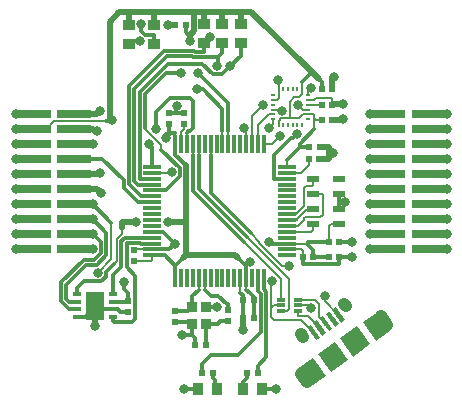
<source format=gtl>
G04 #@! TF.GenerationSoftware,KiCad,Pcbnew,no-vcs-found-d3b382c~59~ubuntu16.04.1*
G04 #@! TF.CreationDate,2017-07-29T16:39:47+01:00*
G04 #@! TF.ProjectId,m3imu,6D33696D752E6B696361645F70636200,1.0*
G04 #@! TF.SameCoordinates,Original
G04 #@! TF.FileFunction,Copper,L1,Top,Signal*
G04 #@! TF.FilePolarity,Positive*
%FSLAX46Y46*%
G04 Gerber Fmt 4.6, Leading zero omitted, Abs format (unit mm)*
G04 Created by KiCad (PCBNEW no-vcs-found-d3b382c~59~ubuntu16.04.1) date Sat Jul 29 16:39:47 2017*
%MOMM*%
%LPD*%
G01*
G04 APERTURE LIST*
%ADD10R,0.710000X0.300000*%
%ADD11C,0.400000*%
%ADD12C,0.100000*%
%ADD13C,1.000000*%
%ADD14C,1.000000*%
%ADD15C,1.800000*%
%ADD16C,1.575000*%
%ADD17R,1.100000X0.600000*%
%ADD18R,0.620000X0.620000*%
%ADD19R,2.920000X0.740000*%
%ADD20R,0.300000X1.500000*%
%ADD21R,1.500000X0.300000*%
%ADD22R,1.000000X0.950000*%
%ADD23R,0.200000X0.400000*%
%ADD24R,0.400000X0.200000*%
%ADD25R,0.650000X0.350000*%
%ADD26R,0.800000X0.800000*%
%ADD27R,1.550000X2.400000*%
%ADD28R,0.950000X1.000000*%
%ADD29R,0.850000X0.950000*%
%ADD30C,0.800000*%
%ADD31C,0.500000*%
%ADD32C,0.300000*%
%ADD33C,0.200000*%
G04 APERTURE END LIST*
D10*
X105621999Y-110990000D03*
X105622000Y-110490000D03*
X105621999Y-109990000D03*
X104182001Y-109990000D03*
X104182000Y-110490000D03*
X104182001Y-110990000D03*
D11*
X108011735Y-112023281D03*
D12*
G36*
X108239143Y-112689547D02*
X107458074Y-111588443D01*
X107784327Y-111357015D01*
X108565396Y-112458119D01*
X108239143Y-112689547D01*
X108239143Y-112689547D01*
G37*
D11*
X108541897Y-111647211D03*
D12*
G36*
X108769305Y-112313477D02*
X107988236Y-111212373D01*
X108314489Y-110980945D01*
X109095558Y-112082049D01*
X108769305Y-112313477D01*
X108769305Y-112313477D01*
G37*
D11*
X107481574Y-112399352D03*
D12*
G36*
X107708982Y-113065618D02*
X106927913Y-111964514D01*
X107254166Y-111733086D01*
X108035235Y-112834190D01*
X107708982Y-113065618D01*
X107708982Y-113065618D01*
G37*
D11*
X106951412Y-112775422D03*
D12*
G36*
X107178820Y-113441688D02*
X106397751Y-112340584D01*
X106724004Y-112109156D01*
X107505073Y-113210260D01*
X107178820Y-113441688D01*
X107178820Y-113441688D01*
G37*
D11*
X109072058Y-111271141D03*
D12*
G36*
X109299466Y-111937407D02*
X108518397Y-110836303D01*
X108844650Y-110604875D01*
X109625719Y-111705979D01*
X109299466Y-111937407D01*
X109299466Y-111937407D01*
G37*
D13*
X109638484Y-110470884D03*
D14*
X109566163Y-110368930D02*
X109710805Y-110572838D01*
D13*
X106008917Y-113045518D03*
D14*
X105936596Y-112943564D02*
X106081238Y-113147472D01*
D15*
X110497387Y-113539745D03*
D12*
G36*
X110312958Y-114835309D02*
X109213676Y-113285606D01*
X110681816Y-112244181D01*
X111781098Y-113793884D01*
X110312958Y-114835309D01*
X110312958Y-114835309D01*
G37*
D15*
X108621431Y-114870455D03*
D12*
G36*
X108437002Y-116166019D02*
X107337720Y-114616316D01*
X108805860Y-113574891D01*
X109905142Y-115124594D01*
X108437002Y-116166019D01*
X108437002Y-116166019D01*
G37*
D16*
X112322366Y-112245195D03*
D12*
G36*
X112229696Y-113475670D02*
X111130414Y-111925967D01*
X112415036Y-111014720D01*
X113514318Y-112564423D01*
X112229696Y-113475670D01*
X112229696Y-113475670D01*
G37*
D13*
X112964677Y-111789572D03*
D14*
X112704321Y-111422537D02*
X113225033Y-112156607D01*
D16*
X106796452Y-116165005D03*
D12*
G36*
X106703782Y-117395480D02*
X105604500Y-115845777D01*
X106889122Y-114934530D01*
X107988404Y-116484233D01*
X106703782Y-117395480D01*
X106703782Y-117395480D01*
G37*
D13*
X106154141Y-116620628D03*
D14*
X105893785Y-116253593D02*
X106414497Y-116987663D01*
D17*
X109150000Y-103575000D03*
X109150000Y-102325000D03*
X109150000Y-101075000D03*
X109150000Y-99825000D03*
X106950000Y-99825000D03*
X106950000Y-101075000D03*
X106950000Y-102325000D03*
X106950000Y-103575000D03*
D18*
X91750000Y-105800000D03*
X91750000Y-106700000D03*
D19*
X83285000Y-94285000D03*
X86715000Y-94285000D03*
X83285000Y-95555000D03*
X86715000Y-95555000D03*
X83285000Y-96825000D03*
X86715000Y-96825000D03*
X83285000Y-98095000D03*
X86715000Y-98095000D03*
X83285000Y-99365000D03*
X86715000Y-99365000D03*
X83285000Y-100635000D03*
X86715000Y-100635000D03*
X83285000Y-101905000D03*
X86715000Y-101905000D03*
X83285000Y-103175000D03*
X86715000Y-103175000D03*
X83285000Y-104445000D03*
X86715000Y-104445000D03*
X83285000Y-105715000D03*
X86715000Y-105715000D03*
D20*
X95250000Y-108200000D03*
X95750000Y-108200000D03*
X96250000Y-108200000D03*
X96750000Y-108200000D03*
X97250000Y-108200000D03*
X97750000Y-108200000D03*
X98250000Y-108200000D03*
X98750000Y-108200000D03*
X99250000Y-108200000D03*
X99750000Y-108200000D03*
X100250000Y-108200000D03*
X100750000Y-108200000D03*
X101250000Y-108200000D03*
X101750000Y-108200000D03*
X102250000Y-108200000D03*
X102750000Y-108200000D03*
D21*
X104700000Y-106250000D03*
X104700000Y-105750000D03*
X104700000Y-105250000D03*
X104700000Y-104750000D03*
X104700000Y-104250000D03*
X104700000Y-103750000D03*
X104700000Y-103250000D03*
X104700000Y-102750000D03*
X104700000Y-102250000D03*
X104700000Y-101750000D03*
X104700000Y-101250000D03*
X104700000Y-100750000D03*
X104700000Y-100250000D03*
X104700000Y-99750000D03*
X104700000Y-99250000D03*
X104700000Y-98750000D03*
D20*
X102750000Y-96800000D03*
X102250000Y-96800000D03*
X101750000Y-96800000D03*
X101250000Y-96800000D03*
X100750000Y-96800000D03*
X100250000Y-96800000D03*
X99750000Y-96800000D03*
X99250000Y-96800000D03*
X98750000Y-96800000D03*
X98250000Y-96800000D03*
X97750000Y-96800000D03*
X97250000Y-96800000D03*
X96750000Y-96800000D03*
X96250000Y-96800000D03*
X95750000Y-96800000D03*
X95250000Y-96800000D03*
D21*
X93300000Y-98750000D03*
X93300000Y-99250000D03*
X93300000Y-99750000D03*
X93300000Y-100250000D03*
X93300000Y-100750000D03*
X93300000Y-101250000D03*
X93300000Y-101750000D03*
X93300000Y-102250000D03*
X93300000Y-102750000D03*
X93300000Y-103250000D03*
X93300000Y-103750000D03*
X93300000Y-104250000D03*
X93300000Y-104750000D03*
X93300000Y-105250000D03*
X93300000Y-105750000D03*
X93300000Y-106250000D03*
D22*
X91310000Y-86770000D03*
X91310000Y-88370000D03*
D18*
X97550000Y-116200000D03*
X98450000Y-116200000D03*
D23*
X104000000Y-95200000D03*
X104400000Y-95200000D03*
X104800000Y-95200000D03*
X105200000Y-95200000D03*
X105600000Y-95200000D03*
X106000000Y-95200000D03*
D24*
X106500000Y-94700000D03*
X106500000Y-94300000D03*
X106500000Y-93900000D03*
X106500000Y-93500000D03*
X106500000Y-93100000D03*
X106500000Y-92700000D03*
D23*
X106000000Y-92200000D03*
X105600000Y-92200000D03*
X105200000Y-92200000D03*
X104800000Y-92200000D03*
X104400000Y-92200000D03*
X104000000Y-92200000D03*
D24*
X103500000Y-92700000D03*
X103500000Y-93100000D03*
X103500000Y-93500000D03*
X103500000Y-93900000D03*
X103500000Y-94300000D03*
X103500000Y-94700000D03*
D18*
X108550000Y-92200000D03*
X107650000Y-92200000D03*
D25*
X90000000Y-111475000D03*
X90000000Y-110825000D03*
X90000000Y-110175000D03*
X90000000Y-109525000D03*
X86900000Y-109525000D03*
X86900000Y-110175000D03*
X86900000Y-110825000D03*
X86900000Y-111475000D03*
D26*
X88450000Y-111100000D03*
X88450000Y-109900000D03*
X88450000Y-111100000D03*
X88450000Y-109900000D03*
D27*
X88450000Y-110500000D03*
D18*
X100991107Y-110065147D03*
X101891107Y-110065147D03*
X100991107Y-111565147D03*
X101891107Y-111565147D03*
X109150000Y-106400000D03*
X108250000Y-106400000D03*
X106050000Y-106400000D03*
X106950000Y-106400000D03*
X107650000Y-93500000D03*
X108550000Y-93500000D03*
X108550000Y-94800000D03*
X107650000Y-94800000D03*
X95250000Y-111850000D03*
X95250000Y-110950000D03*
X97855047Y-113866527D03*
X96955047Y-113866527D03*
X107475000Y-97050000D03*
X106575000Y-97050000D03*
X94700000Y-94225000D03*
X94700000Y-95125000D03*
X96000000Y-95125000D03*
X96000000Y-94225000D03*
X106550000Y-98100000D03*
X107450000Y-98100000D03*
X91250000Y-110150000D03*
X91250000Y-111050000D03*
X108250000Y-105150000D03*
X109150000Y-105150000D03*
D28*
X97200000Y-117600000D03*
X98800000Y-117600000D03*
X102600000Y-117600000D03*
X101000000Y-117600000D03*
D18*
X99705047Y-111816527D03*
X99705047Y-110916527D03*
X102250000Y-116200000D03*
X101350000Y-116200000D03*
D29*
X96705047Y-110616527D03*
X96705047Y-112066527D03*
X97855047Y-112066527D03*
X97855047Y-110616527D03*
D22*
X93425000Y-86750000D03*
X93425000Y-88350000D03*
X100800000Y-86700000D03*
X100800000Y-88300000D03*
X99250000Y-86700000D03*
X99250000Y-88300000D03*
X97700000Y-86700000D03*
X97700000Y-88300000D03*
D18*
X96125000Y-86750000D03*
X95225000Y-86750000D03*
D19*
X113285000Y-94285000D03*
X116715000Y-94285000D03*
X113285000Y-95555000D03*
X116715000Y-95555000D03*
X113285000Y-96825000D03*
X116715000Y-96825000D03*
X113285000Y-98095000D03*
X116715000Y-98095000D03*
X113285000Y-99365000D03*
X116715000Y-99365000D03*
X113285000Y-100635000D03*
X116715000Y-100635000D03*
X113285000Y-101905000D03*
X116715000Y-101905000D03*
X113285000Y-103175000D03*
X116715000Y-103175000D03*
X113285000Y-104445000D03*
X116715000Y-104445000D03*
X113285000Y-105715000D03*
X116715000Y-105715000D03*
D30*
X88900000Y-94050000D03*
X110200000Y-106400000D03*
X110200000Y-105150000D03*
X107950000Y-109728000D03*
X106785789Y-110679551D03*
X109474000Y-94742000D03*
X109474000Y-93472000D03*
X108712000Y-91186000D03*
X118250000Y-94300000D03*
X111750000Y-94300000D03*
X111750000Y-105725000D03*
X81750000Y-94300000D03*
X81750000Y-105725000D03*
X95200000Y-105250000D03*
X88450000Y-112200000D03*
X108650000Y-97550000D03*
X109600000Y-101700000D03*
X103975000Y-91375000D03*
X94600000Y-86750000D03*
X98800000Y-110600000D03*
X101000000Y-112550000D03*
X95800000Y-113025000D03*
X88250000Y-105725000D03*
X96025000Y-117600000D03*
X118250000Y-105725000D03*
X103750000Y-117575000D03*
X95375000Y-93625000D03*
X89900000Y-94800000D03*
X94500000Y-96350000D03*
X101600000Y-106800000D03*
X96530000Y-88120000D03*
X103222120Y-105127880D03*
X94600002Y-103400000D03*
X91950000Y-103400000D03*
X81750000Y-95550000D03*
X90900000Y-108500000D03*
X88673840Y-107745825D03*
X88250000Y-101900000D03*
X105591600Y-95950002D03*
X106775000Y-92050000D03*
X104110000Y-96160000D03*
X104315689Y-93999495D03*
X93664103Y-95565398D03*
X88650000Y-95750000D03*
X93000000Y-96800000D03*
X88250000Y-96825000D03*
X94950000Y-99200000D03*
X88250000Y-103175000D03*
X88250000Y-104450000D03*
X88900000Y-99300000D03*
X111750000Y-95550000D03*
X118250000Y-95550000D03*
X111750000Y-96825000D03*
X118250000Y-96825000D03*
X111750000Y-104450000D03*
X118250000Y-104450000D03*
X105650000Y-93500000D03*
X102700000Y-93500000D03*
X101070000Y-95450000D03*
X103150000Y-95450000D03*
X104902000Y-107188000D03*
X103450002Y-108458000D03*
X97140000Y-90780000D03*
X92374998Y-86700000D03*
X97100000Y-92200000D03*
X92271864Y-88099888D03*
X99890000Y-90240000D03*
X98760000Y-90210000D03*
X95700000Y-90800000D03*
X98209180Y-87724925D03*
X81750000Y-96825000D03*
X81750000Y-98075000D03*
X81750000Y-99375000D03*
X81750000Y-100625000D03*
X89000000Y-101000000D03*
X81750000Y-101900000D03*
X81750000Y-103175000D03*
X81750000Y-104450000D03*
X111750000Y-98100000D03*
X118250000Y-98100000D03*
X111750000Y-99375000D03*
X118250000Y-99350000D03*
X111750000Y-100650000D03*
X118250000Y-100625000D03*
X111750000Y-101900000D03*
X118250000Y-101900000D03*
X111750000Y-103175000D03*
X118250000Y-103175000D03*
D31*
X86715000Y-94285000D02*
X88665000Y-94285000D01*
X88665000Y-94285000D02*
X88900000Y-94050000D01*
D32*
X109150000Y-106400000D02*
X110200000Y-106400000D01*
X109150000Y-105150000D02*
X110200000Y-105150000D01*
D33*
X109072058Y-111271141D02*
X107950000Y-110149083D01*
X107950000Y-110149083D02*
X107950000Y-109728000D01*
X105622000Y-110490000D02*
X106596238Y-110490000D01*
X106596238Y-110490000D02*
X106785789Y-110679551D01*
D31*
X108550000Y-94800000D02*
X109416000Y-94800000D01*
X109416000Y-94800000D02*
X109474000Y-94742000D01*
X109474000Y-93472000D02*
X108578000Y-93472000D01*
X108578000Y-93472000D02*
X108550000Y-93500000D01*
X108550000Y-92200000D02*
X108550000Y-91348000D01*
X108550000Y-91348000D02*
X108712000Y-91186000D01*
X118250000Y-94300000D02*
X116730000Y-94300000D01*
X111750000Y-94300000D02*
X113270000Y-94300000D01*
X116725000Y-105725000D02*
X116715000Y-105715000D01*
X111760000Y-105715000D02*
X111750000Y-105725000D01*
X113285000Y-105715000D02*
X111760000Y-105715000D01*
X88250000Y-105725000D02*
X86725000Y-105725000D01*
X116730000Y-94300000D02*
X116715000Y-94285000D01*
D32*
X100750000Y-109400000D02*
X100991107Y-109641107D01*
X90000000Y-110825000D02*
X88775000Y-110825000D01*
X86900000Y-111475000D02*
X87575000Y-111475000D01*
X96705047Y-112066527D02*
X96705047Y-113005047D01*
X96705047Y-113005047D02*
X96955047Y-113255047D01*
X94700000Y-105750000D02*
X95200000Y-105250000D01*
X93300000Y-105750000D02*
X94700000Y-105750000D01*
X94200000Y-104250000D02*
X95200000Y-105250000D01*
X96488520Y-111850000D02*
X96705047Y-112066527D01*
X95250000Y-111850000D02*
X96488520Y-111850000D01*
D31*
X83285000Y-105715000D02*
X81760000Y-105715000D01*
X86725000Y-105725000D02*
X86715000Y-105715000D01*
D32*
X88775000Y-110825000D02*
X88450000Y-110500000D01*
D31*
X88450000Y-110500000D02*
X88450000Y-112200000D01*
D33*
X100750000Y-109150000D02*
X100750000Y-109400000D01*
D32*
X87575000Y-111475000D02*
X88450000Y-110600000D01*
D31*
X81750000Y-94300000D02*
X83270000Y-94300000D01*
D33*
X100750000Y-108200000D02*
X100750000Y-109150000D01*
X106050000Y-105890000D02*
X106050000Y-106400000D01*
X107139999Y-92939999D02*
X108499999Y-92939999D01*
D32*
X100991107Y-110065147D02*
X100991107Y-111565147D01*
D33*
X106979998Y-93100000D02*
X107139999Y-92939999D01*
X106500000Y-93100000D02*
X106979998Y-93100000D01*
D31*
X108499999Y-93449999D02*
X108550000Y-93500000D01*
X107450000Y-98100000D02*
X108260000Y-98100000D01*
X118250000Y-105725000D02*
X116725000Y-105725000D01*
X108300000Y-97550000D02*
X108650000Y-97550000D01*
D33*
X108550000Y-92990000D02*
X108550000Y-93500000D01*
D31*
X100991107Y-112541107D02*
X101000000Y-112550000D01*
X108260000Y-98100000D02*
X108300000Y-98060000D01*
D33*
X91800000Y-105750000D02*
X91750000Y-105800000D01*
D32*
X109150000Y-101700000D02*
X109600000Y-101700000D01*
X109150000Y-101075000D02*
X109150000Y-101700000D01*
X109150000Y-101700000D02*
X109150000Y-102325000D01*
X95325000Y-94225000D02*
X94700000Y-94225000D01*
X96955047Y-113255047D02*
X96955047Y-113866527D01*
D33*
X104000000Y-92600000D02*
X104000000Y-92200000D01*
D32*
X90600000Y-111050000D02*
X91250000Y-111050000D01*
D33*
X103850002Y-93100000D02*
X104000000Y-92950002D01*
X103500000Y-93100000D02*
X103850002Y-93100000D01*
X104000000Y-91400000D02*
X103975000Y-91375000D01*
X104000000Y-92200000D02*
X104000000Y-91400000D01*
D32*
X97855047Y-110616527D02*
X98783473Y-110616527D01*
D31*
X108300000Y-98060000D02*
X108300000Y-97550000D01*
D33*
X104000000Y-92950002D02*
X104000000Y-92600000D01*
D32*
X90000000Y-110825000D02*
X90375000Y-110825000D01*
D33*
X95225000Y-86750000D02*
X94600000Y-86750000D01*
D31*
X113270000Y-94300000D02*
X113285000Y-94285000D01*
D33*
X108499999Y-92939999D02*
X108550000Y-92990000D01*
X93300000Y-105750000D02*
X91800000Y-105750000D01*
D32*
X93300000Y-104250000D02*
X94200000Y-104250000D01*
D31*
X83270000Y-94300000D02*
X83285000Y-94285000D01*
D32*
X109150000Y-107010000D02*
X109150000Y-106400000D01*
X106050000Y-106400000D02*
X106050001Y-107010001D01*
X98783473Y-110616527D02*
X98800000Y-110600000D01*
X90375000Y-110825000D02*
X90600000Y-111050000D01*
X100991107Y-109641107D02*
X100991107Y-110065147D01*
D31*
X81760000Y-105715000D02*
X81750000Y-105725000D01*
D32*
X95325000Y-94225000D02*
X95325000Y-93675000D01*
D33*
X104700000Y-105750000D02*
X105910000Y-105750000D01*
D32*
X97200000Y-117600000D02*
X96025000Y-117600000D01*
D31*
X100991107Y-111565147D02*
X100991107Y-112541107D01*
D32*
X102600000Y-117600000D02*
X103725000Y-117600000D01*
X95819953Y-113005047D02*
X95800000Y-113025000D01*
X95325000Y-93675000D02*
X95375000Y-93625000D01*
X88450000Y-110600000D02*
X88450000Y-110500000D01*
X96705047Y-113005047D02*
X95819953Y-113005047D01*
D31*
X108300000Y-97065000D02*
X108300000Y-97550000D01*
X108285000Y-97050000D02*
X108300000Y-97065000D01*
X107475000Y-97050000D02*
X108285000Y-97050000D01*
D33*
X105910000Y-105750000D02*
X106050000Y-105890000D01*
D32*
X96000000Y-94225000D02*
X95325000Y-94225000D01*
X106050001Y-107010001D02*
X109150000Y-107010000D01*
X103725000Y-117600000D02*
X103750000Y-117575000D01*
D33*
X97250000Y-108200000D02*
X97250000Y-109150000D01*
D32*
X95250000Y-110950000D02*
X96371574Y-110950000D01*
X96371574Y-110950000D02*
X96705047Y-110616527D01*
X97250000Y-109150000D02*
X96705047Y-109694953D01*
X96705047Y-109694953D02*
X96705047Y-109941527D01*
X96705047Y-109941527D02*
X96705047Y-110616527D01*
X97855047Y-112066527D02*
X97855047Y-113866527D01*
X98833473Y-112066527D02*
X99083473Y-111816527D01*
X99083473Y-111816527D02*
X99705047Y-111816527D01*
X97855047Y-112066527D02*
X98833473Y-112066527D01*
D31*
X101710000Y-85650000D02*
X106800000Y-90740000D01*
X106800000Y-90740000D02*
X107409999Y-91349999D01*
D32*
X106000000Y-91575000D02*
X106000000Y-91540000D01*
X106000000Y-91540000D02*
X106800000Y-90740000D01*
X94500000Y-95950000D02*
X94600000Y-95850000D01*
X94600000Y-95850000D02*
X94815000Y-95850000D01*
X94500000Y-96350000D02*
X94500000Y-95950000D01*
X89900000Y-94800000D02*
X89784999Y-94915001D01*
X89784999Y-94915001D02*
X89384999Y-94915001D01*
D33*
X94815000Y-95850000D02*
X94815000Y-96035000D01*
X94815000Y-96035000D02*
X94500000Y-96350000D01*
X89384999Y-94915001D02*
X89700001Y-94599999D01*
X84375000Y-95555000D02*
X85014999Y-94915001D01*
X83285000Y-95555000D02*
X84375000Y-95555000D01*
D31*
X89700001Y-86474999D02*
X89700001Y-94599999D01*
X89700001Y-86474999D02*
X90525000Y-85650000D01*
X91325000Y-85650000D02*
X90525000Y-85650000D01*
D33*
X85014999Y-94915001D02*
X89384999Y-94915001D01*
D31*
X91310000Y-86770000D02*
X91310000Y-85665000D01*
X91310000Y-85665000D02*
X91325000Y-85650000D01*
D32*
X101250000Y-107150000D02*
X101600000Y-106800000D01*
D31*
X89700001Y-94599999D02*
X89699999Y-94600001D01*
D32*
X96125000Y-86750000D02*
X96125000Y-87360000D01*
X96125000Y-87360000D02*
X96319315Y-87554315D01*
X96319315Y-87554315D02*
X96530000Y-87554315D01*
D31*
X96530000Y-88120000D02*
X96530000Y-87554315D01*
X96849999Y-85699999D02*
X96800000Y-85650000D01*
X96530000Y-87554315D02*
X96849999Y-87234316D01*
X96849999Y-87234316D02*
X96849999Y-85699999D01*
X96200011Y-106199989D02*
X100299989Y-106199989D01*
X100299989Y-106199989D02*
X100599999Y-106499999D01*
X96200011Y-98636178D02*
X96200011Y-103400000D01*
X96200011Y-103400000D02*
X96200011Y-106199989D01*
X94600002Y-103400000D02*
X95165687Y-103400000D01*
X95165687Y-103400000D02*
X96200011Y-103400000D01*
X96200011Y-106199989D02*
X95900001Y-106499999D01*
D32*
X95250000Y-96800000D02*
X95250000Y-97740002D01*
X95250000Y-97740002D02*
X96146176Y-98636178D01*
X96146176Y-98636178D02*
X96200011Y-98636178D01*
D31*
X99100000Y-85650000D02*
X97825000Y-85650000D01*
X97825000Y-85650000D02*
X96800000Y-85650000D01*
X97700000Y-86700000D02*
X97700000Y-85725000D01*
X97700000Y-85725000D02*
X97775000Y-85650000D01*
X97775000Y-85650000D02*
X97825000Y-85650000D01*
X101710000Y-85650000D02*
X100850000Y-85650000D01*
X100850000Y-85650000D02*
X99100000Y-85650000D01*
X100800000Y-86700000D02*
X100800000Y-85700000D01*
X100800000Y-85700000D02*
X100850000Y-85650000D01*
X99250000Y-86700000D02*
X99250000Y-85725000D01*
X99250000Y-85725000D02*
X99175000Y-85650000D01*
X99175000Y-85650000D02*
X99100000Y-85650000D01*
X96800000Y-85650000D02*
X93400000Y-85650000D01*
X93400000Y-85650000D02*
X91325000Y-85650000D01*
X93425000Y-86750000D02*
X93425000Y-85675000D01*
X93425000Y-85675000D02*
X93400000Y-85650000D01*
D33*
X106000000Y-91575000D02*
X106000000Y-92200000D01*
D32*
X107650000Y-92200000D02*
X107650000Y-91590000D01*
X107650000Y-91590000D02*
X107409999Y-91349999D01*
D33*
X107000000Y-94660000D02*
X107000000Y-95577604D01*
D32*
X107000000Y-95577604D02*
X105790000Y-96787604D01*
X105790000Y-96787604D02*
X105790000Y-97050000D01*
X106575000Y-97050000D02*
X105790000Y-97050000D01*
X105790000Y-97050000D02*
X104700000Y-98140000D01*
X94700000Y-95125000D02*
X94700000Y-95735000D01*
X94700000Y-95735000D02*
X94815000Y-95850000D01*
X94815000Y-95850000D02*
X95250000Y-95850000D01*
X103222120Y-105127880D02*
X103344240Y-105250000D01*
X103344240Y-105250000D02*
X104700000Y-105250000D01*
X101250000Y-107150000D02*
X101250000Y-107125000D01*
X101250000Y-108200000D02*
X101250000Y-107150000D01*
X101250000Y-107150000D02*
X100599999Y-106499999D01*
D33*
X95250000Y-95850000D02*
X95250000Y-96800000D01*
X106000000Y-92200000D02*
X106000000Y-92600000D01*
X106000000Y-92600000D02*
X105750001Y-92849999D01*
X105750001Y-92849999D02*
X105337999Y-92849999D01*
X105337999Y-92849999D02*
X104965690Y-93222308D01*
X104965690Y-93222308D02*
X104965690Y-94583806D01*
X104200502Y-94649496D02*
X104900000Y-94649496D01*
X104965690Y-94583806D02*
X104900000Y-94649496D01*
X104900000Y-94649496D02*
X105750504Y-94649496D01*
D32*
X95900001Y-106499999D02*
X95250000Y-107150000D01*
D31*
X90750000Y-103900000D02*
X90750000Y-103450000D01*
X90750000Y-103450000D02*
X91900000Y-103450000D01*
D32*
X91900000Y-103450000D02*
X91950000Y-103400000D01*
D33*
X90750000Y-104437889D02*
X90750000Y-103900000D01*
D32*
X108250000Y-105150000D02*
X106510000Y-105150000D01*
X106510000Y-105150000D02*
X106410000Y-105250000D01*
D33*
X106410000Y-105250000D02*
X104700000Y-105250000D01*
X109150000Y-103575000D02*
X108400000Y-103575000D01*
X108400000Y-103575000D02*
X108250000Y-103725000D01*
X108250000Y-103725000D02*
X108250000Y-105150000D01*
X93300000Y-106250000D02*
X93300000Y-106600000D01*
X93300000Y-106600000D02*
X93200000Y-106700000D01*
X93200000Y-106700000D02*
X92850000Y-106700000D01*
X91750000Y-106700000D02*
X92850000Y-106700000D01*
X107000000Y-94660000D02*
X107000000Y-94400000D01*
X107000000Y-94400000D02*
X106900000Y-94300000D01*
X106900000Y-94300000D02*
X106500000Y-94300000D01*
X107650000Y-94800000D02*
X107140000Y-94800000D01*
X107140000Y-94800000D02*
X107000000Y-94660000D01*
X104000000Y-95200000D02*
X104000000Y-94849998D01*
X104000000Y-94849998D02*
X104200502Y-94649496D01*
X105750504Y-94649496D02*
X106100000Y-94300000D01*
X106100000Y-94300000D02*
X106500000Y-94300000D01*
X104700000Y-98140000D02*
X104700000Y-98400000D01*
X104700000Y-98400000D02*
X104700000Y-98750000D01*
D32*
X106950000Y-105790000D02*
X106410000Y-105250000D01*
D33*
X101250000Y-108200000D02*
X101250000Y-109140002D01*
X90750000Y-104437889D02*
X90750000Y-104350000D01*
X90289979Y-106760021D02*
X90289979Y-104897910D01*
X90289979Y-104897910D02*
X90750000Y-104437889D01*
X90089980Y-106960020D02*
X90289979Y-106760021D01*
X90089980Y-106966095D02*
X90089980Y-106960020D01*
D32*
X89756075Y-107300000D02*
X90089980Y-106966095D01*
X89400000Y-107656075D02*
X89756075Y-107300000D01*
X86900000Y-109525000D02*
X86900000Y-109050000D01*
X86900000Y-109050000D02*
X87504174Y-108445826D01*
X87504174Y-108445826D02*
X89009841Y-108445826D01*
X89009841Y-108445826D02*
X89400000Y-108055667D01*
X89400000Y-108055667D02*
X89400000Y-107656075D01*
X95250000Y-108200000D02*
X95250000Y-107150000D01*
X95250000Y-107150000D02*
X94350000Y-106250000D01*
X94350000Y-106250000D02*
X93300000Y-106250000D01*
X101250000Y-109140002D02*
X101559998Y-109450000D01*
X101559998Y-109450000D02*
X101559998Y-109459998D01*
X101559998Y-109459998D02*
X101891107Y-109791107D01*
X101891107Y-109791107D02*
X101891107Y-110065147D01*
X101891107Y-110065147D02*
X101891107Y-111565147D01*
D33*
X101949932Y-111623972D02*
X101891107Y-111565147D01*
D32*
X106950000Y-105790000D02*
X106950000Y-106400000D01*
X108250000Y-106400000D02*
X106950000Y-106400000D01*
D31*
X83285000Y-95555000D02*
X81755000Y-95555000D01*
X81755000Y-95555000D02*
X81750000Y-95550000D01*
D33*
X95750000Y-95775000D02*
X95750000Y-96800000D01*
X96000000Y-95125000D02*
X96000000Y-95525000D01*
X96000000Y-95525000D02*
X95750000Y-95775000D01*
X104700000Y-99250000D02*
X105910000Y-99250000D01*
X105910000Y-99250000D02*
X106550000Y-98610000D01*
X106550000Y-98610000D02*
X106550000Y-98100000D01*
D32*
X90900000Y-108500000D02*
X90900000Y-109065685D01*
X90900000Y-109065685D02*
X91250000Y-109415685D01*
X91250000Y-109415685D02*
X91250000Y-109500000D01*
D33*
X89850020Y-103500020D02*
X89850020Y-106569645D01*
X89850020Y-106569645D02*
X88673840Y-107745825D01*
D32*
X91250000Y-109500000D02*
X91250000Y-110150000D01*
X88250000Y-101900000D02*
X89850020Y-103500020D01*
X86715000Y-101905000D02*
X88245000Y-101905000D01*
X88245000Y-101905000D02*
X88250000Y-101900000D01*
X90000000Y-110175000D02*
X91225000Y-110175000D01*
X91225000Y-110175000D02*
X91250000Y-110150000D01*
D33*
X107650000Y-93500000D02*
X106500000Y-93500000D01*
D32*
X98625000Y-116800000D02*
X98625000Y-117425000D01*
X98625000Y-117425000D02*
X98800000Y-117600000D01*
X98450000Y-116625000D02*
X98625000Y-116800000D01*
X98450000Y-116200000D02*
X98450000Y-116625000D01*
X101350000Y-116200000D02*
X101350000Y-116600000D01*
X101350000Y-116600000D02*
X101000000Y-116950000D01*
X101000000Y-116950000D02*
X101000000Y-117600000D01*
D33*
X97750000Y-108200000D02*
X97750000Y-109150000D01*
D32*
X98886002Y-109650000D02*
X98250000Y-109650000D01*
X98250000Y-109650000D02*
X97750000Y-109150000D01*
X99705047Y-110406527D02*
X99642529Y-110406527D01*
X99642529Y-110406527D02*
X98886002Y-109650000D01*
X99705047Y-110916527D02*
X99705047Y-110406527D01*
X98275000Y-114725000D02*
X97550000Y-115450000D01*
X97550000Y-115450000D02*
X97550000Y-115590000D01*
X97550000Y-115590000D02*
X97550000Y-116200000D01*
X100550000Y-114725000D02*
X98275000Y-114725000D01*
X102501108Y-112773892D02*
X100550000Y-114725000D01*
X102250000Y-108200000D02*
X102250000Y-109250000D01*
X102250000Y-109250000D02*
X102501108Y-109501108D01*
X102501108Y-109501108D02*
X102501108Y-112773892D01*
X102951118Y-109314708D02*
X102951118Y-114888882D01*
X102951118Y-114888882D02*
X102250000Y-115590000D01*
X102250000Y-115590000D02*
X102250000Y-116200000D01*
X102750000Y-108200000D02*
X102750000Y-109113590D01*
X102750000Y-109113590D02*
X102951118Y-109314708D01*
D33*
X104700000Y-104250000D02*
X106775000Y-104250000D01*
X106775000Y-104250000D02*
X106950000Y-104075000D01*
X106950000Y-104075000D02*
X106950000Y-103575000D01*
X104700000Y-103750000D02*
X105650000Y-103750000D01*
X105650000Y-103750000D02*
X106149999Y-103250001D01*
X106149999Y-103250001D02*
X106149999Y-103074999D01*
X107700000Y-101075000D02*
X106950000Y-101075000D01*
X106149999Y-103074999D02*
X106199999Y-103024999D01*
X106199999Y-103024999D02*
X107550003Y-103024999D01*
X107750001Y-101125001D02*
X107700000Y-101075000D01*
X107550003Y-103024999D02*
X107750001Y-102825001D01*
X107750001Y-102825001D02*
X107750001Y-101125001D01*
X105575000Y-103250000D02*
X105575000Y-103155010D01*
X105575000Y-103155010D02*
X106405010Y-102325000D01*
X106405010Y-102325000D02*
X106950000Y-102325000D01*
X105575000Y-103250000D02*
X104700000Y-103250000D01*
X106324998Y-100400000D02*
X106875000Y-100400000D01*
X106950000Y-100325000D02*
X106950000Y-99825000D01*
X106875000Y-100400000D02*
X106950000Y-100325000D01*
X104700000Y-102750000D02*
X105485022Y-102750000D01*
X105485022Y-102750000D02*
X106149999Y-102085023D01*
X106149999Y-102085023D02*
X106149999Y-100574999D01*
X106149999Y-100574999D02*
X106324998Y-100400000D01*
D32*
X105591600Y-95950002D02*
X105191601Y-96350001D01*
X105191601Y-96350001D02*
X105081384Y-96350001D01*
X105081384Y-96350001D02*
X103649983Y-97781402D01*
X105581384Y-95850000D02*
X105591600Y-95950002D01*
X103649983Y-97781402D02*
X103650000Y-99750000D01*
X103650000Y-99750000D02*
X104700000Y-99750000D01*
D33*
X106500000Y-92700000D02*
X106500000Y-92325000D01*
X106500000Y-92325000D02*
X106775000Y-92050000D01*
X104110000Y-96160000D02*
X103470000Y-96800000D01*
X103470000Y-96800000D02*
X103100000Y-96800000D01*
X103850000Y-93900000D02*
X104216194Y-93900000D01*
X104216194Y-93900000D02*
X104315689Y-93999495D01*
X103100000Y-96800000D02*
X102750000Y-96800000D01*
X103500000Y-93900000D02*
X103850000Y-93900000D01*
D32*
X93666287Y-94961338D02*
X93666287Y-95563214D01*
X93666287Y-95563214D02*
X93664103Y-95565398D01*
X93666287Y-94961338D02*
X93666287Y-94098711D01*
X96499999Y-92924999D02*
X96750000Y-93175000D01*
X96750000Y-93175000D02*
X96750000Y-95500000D01*
X93666287Y-94098711D02*
X94839999Y-92924999D01*
X94839999Y-92924999D02*
X96499999Y-92924999D01*
X96500001Y-95749999D02*
X96359999Y-95749999D01*
X96750000Y-95500000D02*
X96500001Y-95749999D01*
X96359999Y-95749999D02*
X96250000Y-95859998D01*
D33*
X96250000Y-95859998D02*
X96250000Y-96800000D01*
D31*
X88500000Y-95750000D02*
X88305000Y-95555000D01*
X88305000Y-95555000D02*
X86715000Y-95555000D01*
X88650000Y-95750000D02*
X88500000Y-95750000D01*
X86720000Y-95550000D02*
X86715000Y-95555000D01*
D32*
X93300000Y-98750000D02*
X93300000Y-97100000D01*
X93300000Y-97100000D02*
X93000000Y-96800000D01*
D31*
X86715000Y-96825000D02*
X88250000Y-96825000D01*
D33*
X93300000Y-99250000D02*
X94900000Y-99250000D01*
X94900000Y-99250000D02*
X94950000Y-99200000D01*
D32*
X93300000Y-104750000D02*
X92900000Y-104750000D01*
X92900000Y-104750000D02*
X92889989Y-104739989D01*
X92889989Y-104739989D02*
X91013598Y-104739990D01*
X91013598Y-104739990D02*
X90689989Y-105063599D01*
X90689989Y-105063599D02*
X90689989Y-107250000D01*
X90689989Y-107250000D02*
X90000000Y-107939989D01*
X90000000Y-109525000D02*
X90000000Y-107939989D01*
X93300000Y-105250000D02*
X92360002Y-105250000D01*
X91860001Y-111600001D02*
X91560002Y-111900000D01*
X92360002Y-105250000D02*
X92300001Y-105189999D01*
X91139999Y-105249999D02*
X91139999Y-107250001D01*
X92300001Y-105189999D02*
X91199999Y-105189999D01*
X91199999Y-105189999D02*
X91139999Y-105249999D01*
X91139999Y-107250001D02*
X91860001Y-107970003D01*
X91860001Y-107970003D02*
X91860001Y-111600001D01*
X91560002Y-111900000D02*
X90100000Y-111900000D01*
X90100000Y-111900000D02*
X90000000Y-111800000D01*
X90000000Y-111800000D02*
X90000000Y-111475000D01*
X88250000Y-103175000D02*
X89400011Y-104325011D01*
X87686400Y-107050010D02*
X86011391Y-108725019D01*
X89400011Y-104325011D02*
X89400011Y-106247401D01*
X89400011Y-106247401D02*
X88597402Y-107050010D01*
X88597402Y-107050010D02*
X87686400Y-107050010D01*
X86011391Y-108725019D02*
X86011391Y-109911391D01*
X86011391Y-109911391D02*
X86275000Y-110175000D01*
X86275000Y-110175000D02*
X86900000Y-110175000D01*
D31*
X88250000Y-103175000D02*
X86715000Y-103175000D01*
D32*
X88250000Y-104450000D02*
X88950001Y-105150001D01*
X88950001Y-105150001D02*
X88950001Y-106061001D01*
X86275000Y-110825000D02*
X86900000Y-110825000D01*
X88950001Y-106061001D02*
X88411002Y-106600000D01*
X88411002Y-106600000D02*
X87500000Y-106600000D01*
X87500000Y-106600000D02*
X85561381Y-108538619D01*
X85561381Y-108538619D02*
X85561381Y-110111381D01*
X85561381Y-110111381D02*
X86275000Y-110825000D01*
D31*
X86715000Y-104445000D02*
X88245000Y-104445000D01*
X88245000Y-104445000D02*
X88250000Y-104450000D01*
X86715000Y-99365000D02*
X88835000Y-99365000D01*
X88835000Y-99365000D02*
X88900000Y-99300000D01*
X86715001Y-99364999D02*
X86715000Y-99365000D01*
X86730000Y-99350000D02*
X86715000Y-99365000D01*
X113285000Y-95555000D02*
X111755000Y-95555000D01*
X111755000Y-95555000D02*
X111750000Y-95550000D01*
X116715000Y-95555000D02*
X118245000Y-95555000D01*
X118245000Y-95555000D02*
X118250000Y-95550000D01*
X111750000Y-96825000D02*
X113285000Y-96825000D01*
X116715000Y-96825000D02*
X118250000Y-96825000D01*
X111750000Y-104450000D02*
X113280000Y-104450000D01*
X113280000Y-104450000D02*
X113285000Y-104445000D01*
X116715000Y-104445000D02*
X118245000Y-104445000D01*
X118245000Y-104445000D02*
X118250000Y-104450000D01*
D32*
X96750000Y-97750000D02*
X96750021Y-97750021D01*
X96750021Y-97750021D02*
X96750021Y-100796017D01*
X96750021Y-100796017D02*
X101110004Y-105156000D01*
D33*
X104182001Y-109990000D02*
X104182001Y-108227997D01*
X104182001Y-108227997D02*
X101110004Y-105156000D01*
X96750000Y-97750000D02*
X96750000Y-96800000D01*
D32*
X97250000Y-100623588D02*
X97260838Y-100623588D01*
X97260838Y-100623588D02*
X101346000Y-104708750D01*
D33*
X104902000Y-109474000D02*
X104902000Y-108264750D01*
X104902000Y-108264750D02*
X101346000Y-104708750D01*
X104902000Y-110825001D02*
X104902000Y-109474000D01*
D32*
X97250000Y-97750000D02*
X97250000Y-100623588D01*
D33*
X104182001Y-110990000D02*
X104737001Y-110990000D01*
X104737001Y-110990000D02*
X104902000Y-110825001D01*
X97250000Y-97750000D02*
X97250000Y-96800000D01*
X103500000Y-94300000D02*
X103149998Y-94300000D01*
X103149998Y-94300000D02*
X102250000Y-95199998D01*
X102250000Y-95199998D02*
X102250000Y-95850000D01*
X102250000Y-95850000D02*
X102250000Y-96800000D01*
X106500000Y-93900000D02*
X106050000Y-93900000D01*
X106050000Y-93900000D02*
X105650000Y-93500000D01*
X102700000Y-93500000D02*
X101750000Y-94450000D01*
X101750000Y-94450000D02*
X101750000Y-96800000D01*
X101250000Y-95850000D02*
X101250000Y-95630000D01*
X101250000Y-95630000D02*
X101070000Y-95450000D01*
X103500000Y-94700000D02*
X103500000Y-95100000D01*
X103500000Y-95100000D02*
X103150000Y-95450000D01*
X101250000Y-95850000D02*
X101250000Y-96800000D01*
X101633830Y-104360170D02*
X102362000Y-105088340D01*
X102362000Y-105229762D02*
X104320238Y-107188000D01*
X102362000Y-105088340D02*
X102362000Y-105229762D01*
X104336315Y-107188000D02*
X104902000Y-107188000D01*
X104320238Y-107188000D02*
X104336315Y-107188000D01*
D32*
X98250000Y-100976340D02*
X101633830Y-104360170D01*
X98250000Y-97750000D02*
X98250000Y-100976340D01*
D33*
X103378000Y-110739000D02*
X103378000Y-108530002D01*
X103378000Y-108530002D02*
X103450002Y-108458000D01*
X106951412Y-112775422D02*
X105918000Y-111742010D01*
X103378000Y-110739000D02*
X103378000Y-111506000D01*
X104182000Y-110490000D02*
X103627000Y-110490000D01*
X103627000Y-110490000D02*
X103378000Y-110739000D01*
X103378000Y-111506000D02*
X103614010Y-111742010D01*
X103614010Y-111742010D02*
X105918000Y-111742010D01*
X98250000Y-97750000D02*
X98250000Y-96800000D01*
X105621999Y-110990000D02*
X105621999Y-111340000D01*
X105621999Y-111340000D02*
X105673999Y-111392000D01*
X105673999Y-111392000D02*
X106474222Y-111392000D01*
X106474222Y-111392000D02*
X106926717Y-111844495D01*
X106926717Y-111844495D02*
X107481574Y-112399352D01*
X107481574Y-112294575D02*
X107481574Y-112399352D01*
X105621999Y-109990000D02*
X107058240Y-109990000D01*
X107058240Y-109990000D02*
X107456878Y-110388638D01*
X107456878Y-110388638D02*
X107456878Y-111468424D01*
X107456878Y-111468424D02*
X108011735Y-112023281D01*
D32*
X99750000Y-94060000D02*
X99750000Y-94250000D01*
X99750000Y-94250000D02*
X99750000Y-95100000D01*
X97140000Y-90780000D02*
X99750000Y-93390000D01*
X99750000Y-93390000D02*
X99750000Y-94250000D01*
X99750000Y-95100000D02*
X99750000Y-95750000D01*
X93425000Y-87575000D02*
X92734998Y-87575000D01*
X92734998Y-87575000D02*
X92374998Y-87215000D01*
X92374998Y-87215000D02*
X92374998Y-86700000D01*
X93425000Y-88350000D02*
X93425000Y-87575000D01*
X93425000Y-87575000D02*
X93400000Y-87550000D01*
X93425000Y-88350000D02*
X93110000Y-88350000D01*
D33*
X99750000Y-96800000D02*
X99750000Y-95750000D01*
X99750000Y-95750000D02*
X99750000Y-94975000D01*
D32*
X99250000Y-95750000D02*
X99250000Y-93879950D01*
X99250000Y-93879950D02*
X97570050Y-92200000D01*
X97570050Y-92200000D02*
X97100000Y-92200000D01*
X92271864Y-88099888D02*
X91580112Y-88099888D01*
X91580112Y-88099888D02*
X91310000Y-88370000D01*
D33*
X99250000Y-95750000D02*
X99250000Y-96800000D01*
D32*
X92249976Y-97060000D02*
X92249976Y-92400024D01*
X92249976Y-92400024D02*
X94629990Y-90020010D01*
X94629990Y-90020010D02*
X97534008Y-90020010D01*
X99219999Y-90910001D02*
X99490001Y-90639999D01*
X97534008Y-90020010D02*
X98423999Y-90910001D01*
X98423999Y-90910001D02*
X99219999Y-90910001D01*
X99490001Y-90639999D02*
X99890000Y-90240000D01*
X92250000Y-99750000D02*
X92249976Y-97060000D01*
X92249976Y-97060000D02*
X92249972Y-96664027D01*
X93300000Y-99750000D02*
X92250000Y-99750000D01*
X99890000Y-90240000D02*
X100800000Y-89330000D01*
X100800000Y-89330000D02*
X100800000Y-88300000D01*
X100800000Y-88300000D02*
X100800000Y-88575000D01*
X98834990Y-89490010D02*
X98834990Y-90135010D01*
X98834990Y-90135010D02*
X98760000Y-90210000D01*
X99250000Y-88300000D02*
X99250000Y-89075000D01*
X91799962Y-92126450D02*
X91799962Y-96477632D01*
X99250000Y-89075000D02*
X98834990Y-89490010D01*
X98834990Y-89490010D02*
X96753600Y-89490010D01*
X96753600Y-89490010D02*
X96670002Y-89406412D01*
X96670002Y-89406412D02*
X94520000Y-89406412D01*
X94520000Y-89406412D02*
X91799962Y-92126450D01*
X91799962Y-96477632D02*
X91799992Y-99936403D01*
X91799992Y-99936403D02*
X92113590Y-100250000D01*
X92113590Y-100250000D02*
X93300000Y-100250000D01*
D33*
X94089999Y-97303997D02*
X94089999Y-96927997D01*
X94089999Y-96927997D02*
X92699986Y-95537984D01*
X92699986Y-95537984D02*
X92699986Y-95410000D01*
D32*
X94486410Y-90800000D02*
X94400000Y-90886410D01*
X95700000Y-90800000D02*
X94486410Y-90800000D01*
X94400000Y-90886410D02*
X94400000Y-90900000D01*
X94400000Y-90900000D02*
X94400000Y-90886410D01*
X92699986Y-92586424D02*
X92699986Y-95410000D01*
X94400000Y-90886410D02*
X92699986Y-92586424D01*
X94436002Y-100750000D02*
X93300000Y-100750000D01*
X95650001Y-99536001D02*
X94436002Y-100750000D01*
X94089999Y-97303997D02*
X95650001Y-98863999D01*
X95650001Y-98863999D02*
X95650001Y-99536001D01*
X92699986Y-95469986D02*
X92699986Y-95410000D01*
X97700000Y-88300000D02*
X97700000Y-89040000D01*
X96856402Y-88956402D02*
X96940000Y-89040000D01*
X96940000Y-89040000D02*
X97700000Y-89040000D01*
X94333600Y-88956402D02*
X96856402Y-88956402D01*
X97700000Y-88300000D02*
X97700000Y-88234105D01*
X97700000Y-88234105D02*
X98209180Y-87724925D01*
X93300000Y-101250000D02*
X92359998Y-101250000D01*
X92359998Y-101250000D02*
X91349952Y-100239954D01*
X91349952Y-100239954D02*
X91349952Y-91940050D01*
X91349952Y-91940050D02*
X94333600Y-88956402D01*
X97700000Y-88300000D02*
X97675000Y-88300000D01*
D31*
X81750000Y-96825000D02*
X83285000Y-96825000D01*
X83285000Y-98095000D02*
X81770000Y-98095000D01*
X81770000Y-98095000D02*
X81750000Y-98075000D01*
X81750000Y-99375000D02*
X83275000Y-99375000D01*
X83275000Y-99375000D02*
X83285000Y-99365000D01*
X83285000Y-100635000D02*
X81760000Y-100635000D01*
X81760000Y-100635000D02*
X81750000Y-100625000D01*
X86715000Y-100635000D02*
X88635000Y-100635000D01*
X88635000Y-100635000D02*
X89000000Y-101000000D01*
X86725000Y-100625000D02*
X86715000Y-100635000D01*
X81750000Y-101900000D02*
X83280000Y-101900000D01*
X83280000Y-101900000D02*
X83285000Y-101905000D01*
X83285000Y-103175000D02*
X81750000Y-103175000D01*
X81750000Y-104450000D02*
X83280000Y-104450000D01*
X83280000Y-104450000D02*
X83285000Y-104445000D01*
X113285000Y-98095000D02*
X111755000Y-98095000D01*
X111755000Y-98095000D02*
X111750000Y-98100000D01*
X118250000Y-98100000D02*
X116720000Y-98100000D01*
X116720000Y-98100000D02*
X116715000Y-98095000D01*
X111750000Y-99375000D02*
X113275000Y-99375000D01*
X113275000Y-99375000D02*
X113285000Y-99365000D01*
X116715000Y-99365000D02*
X118235000Y-99365000D01*
X118235000Y-99365000D02*
X118250000Y-99350000D01*
X113285000Y-100635000D02*
X111765000Y-100635000D01*
X111765000Y-100635000D02*
X111750000Y-100650000D01*
X118250000Y-100625000D02*
X116725000Y-100625000D01*
X116725000Y-100625000D02*
X116715000Y-100635000D01*
X111750000Y-101900000D02*
X113280000Y-101900000D01*
X113280000Y-101900000D02*
X113285000Y-101905000D01*
X116715000Y-101905000D02*
X118245000Y-101905000D01*
X118245000Y-101905000D02*
X118250000Y-101900000D01*
X113285000Y-103175000D02*
X111750000Y-103175000D01*
X118250000Y-103175000D02*
X116715000Y-103175000D01*
D32*
X93300000Y-101750000D02*
X92130000Y-101750000D01*
X92130000Y-101750000D02*
X90899942Y-100519942D01*
X90899942Y-100519942D02*
X90899942Y-99899942D01*
X90899942Y-99899942D02*
X89095000Y-98095000D01*
X89095000Y-98095000D02*
X88731002Y-98095000D01*
X88731002Y-98095000D02*
X86715000Y-98095000D01*
M02*

</source>
